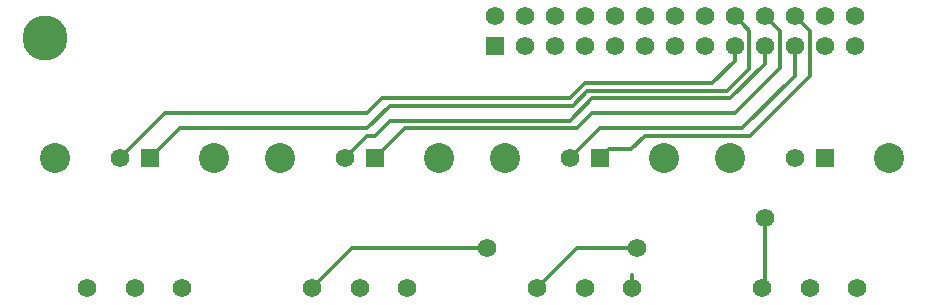
<source format=gbr>
G04 #@! TF.GenerationSoftware,KiCad,Pcbnew,(5.0.1)-3*
G04 #@! TF.CreationDate,2018-12-06T21:01:50-08:00*
G04 #@! TF.ProjectId,500-1071,3530302D313037312E6B696361645F70,A*
G04 #@! TF.SameCoordinates,Original*
G04 #@! TF.FileFunction,Copper,L2,Bot,Signal*
G04 #@! TF.FilePolarity,Positive*
%FSLAX46Y46*%
G04 Gerber Fmt 4.6, Leading zero omitted, Abs format (unit mm)*
G04 Created by KiCad (PCBNEW (5.0.1)-3) date 12/6/2018 9:01:50 PM*
%MOMM*%
%LPD*%
G01*
G04 APERTURE LIST*
G04 #@! TA.AperFunction,ComponentPad*
%ADD10R,1.574800X1.574800*%
G04 #@! TD*
G04 #@! TA.AperFunction,ComponentPad*
%ADD11C,1.574800*%
G04 #@! TD*
G04 #@! TA.AperFunction,ComponentPad*
%ADD12C,2.540000*%
G04 #@! TD*
G04 #@! TA.AperFunction,ComponentPad*
%ADD13C,3.810000*%
G04 #@! TD*
G04 #@! TA.AperFunction,ViaPad*
%ADD14C,1.574800*%
G04 #@! TD*
G04 #@! TA.AperFunction,Conductor*
%ADD15C,0.304800*%
G04 #@! TD*
G04 APERTURE END LIST*
D10*
G04 #@! TO.P,P1,1*
G04 #@! TO.N,Net-(P1-Pad1)*
X208280000Y-99695000D03*
D11*
G04 #@! TO.P,P1,2*
G04 #@! TO.N,Net-(P1-Pad2)*
X208280000Y-97155000D03*
G04 #@! TO.P,P1,3*
G04 #@! TO.N,Net-(P1-Pad3)*
X210820000Y-99695000D03*
G04 #@! TO.P,P1,4*
G04 #@! TO.N,Net-(P1-Pad4)*
X210820000Y-97155000D03*
G04 #@! TO.P,P1,5*
G04 #@! TO.N,Net-(P1-Pad5)*
X213360000Y-99695000D03*
G04 #@! TO.P,P1,6*
G04 #@! TO.N,Net-(P1-Pad6)*
X213360000Y-97155000D03*
G04 #@! TO.P,P1,7*
G04 #@! TO.N,Net-(P1-Pad7)*
X215900000Y-99695000D03*
G04 #@! TO.P,P1,8*
G04 #@! TO.N,Net-(P1-Pad8)*
X215900000Y-97155000D03*
G04 #@! TO.P,P1,9*
G04 #@! TO.N,Net-(P1-Pad9)*
X218440000Y-99695000D03*
G04 #@! TO.P,P1,10*
G04 #@! TO.N,Net-(P1-Pad10)*
X218440000Y-97155000D03*
G04 #@! TO.P,P1,11*
G04 #@! TO.N,Net-(P1-Pad11)*
X220980000Y-99695000D03*
G04 #@! TO.P,P1,12*
G04 #@! TO.N,Net-(P1-Pad12)*
X220980000Y-97155000D03*
G04 #@! TO.P,P1,13*
G04 #@! TO.N,Net-(P1-Pad13)*
X223520000Y-99695000D03*
G04 #@! TO.P,P1,14*
G04 #@! TO.N,Net-(P1-Pad14)*
X223520000Y-97155000D03*
G04 #@! TO.P,P1,15*
G04 #@! TO.N,Net-(P1-Pad15)*
X226060000Y-99695000D03*
G04 #@! TO.P,P1,16*
G04 #@! TO.N,Net-(P1-Pad16)*
X226060000Y-97155000D03*
G04 #@! TO.P,P1,17*
G04 #@! TO.N,Net-(P1-Pad17)*
X228600000Y-99695000D03*
G04 #@! TO.P,P1,18*
G04 #@! TO.N,Net-(P1-Pad18)*
X228600000Y-97155000D03*
G04 #@! TO.P,P1,19*
G04 #@! TO.N,Net-(P1-Pad19)*
X231140000Y-99695000D03*
G04 #@! TO.P,P1,20*
G04 #@! TO.N,Net-(P1-Pad20)*
X231140000Y-97155000D03*
G04 #@! TO.P,P1,21*
G04 #@! TO.N,Net-(P1-Pad21)*
X233680000Y-99695000D03*
G04 #@! TO.P,P1,22*
G04 #@! TO.N,Net-(P1-Pad22)*
X233680000Y-97155000D03*
G04 #@! TO.P,P1,23*
G04 #@! TO.N,Net-(P1-Pad23)*
X236220000Y-99695000D03*
G04 #@! TO.P,P1,24*
G04 #@! TO.N,Net-(P1-Pad24)*
X236220000Y-97155000D03*
G04 #@! TO.P,P1,25*
G04 #@! TO.N,Net-(P1-Pad25)*
X238760000Y-99695000D03*
G04 #@! TO.P,P1,26*
G04 #@! TO.N,Net-(P1-Pad26)*
X238760000Y-97155000D03*
G04 #@! TD*
D12*
G04 #@! TO.P,R3,*
G04 #@! TO.N,*
X222600000Y-109220000D03*
X209200000Y-109220000D03*
D10*
G04 #@! TO.P,R3,4*
G04 #@! TO.N,Net-(P1-Pad22)*
X217170000Y-109220000D03*
D11*
G04 #@! TO.P,R3,5*
G04 #@! TO.N,Net-(P1-Pad21)*
X214630000Y-109220000D03*
G04 #@! TO.P,R3,2*
G04 #@! TO.N,Net-(P1-Pad10)*
X215900000Y-120220000D03*
G04 #@! TO.P,R3,3*
G04 #@! TO.N,Net-(P1-Pad11)*
X211900000Y-120220000D03*
G04 #@! TO.P,R3,1*
G04 #@! TO.N,Net-(P1-Pad9)*
X219900000Y-120220000D03*
G04 #@! TD*
D12*
G04 #@! TO.P,R4,*
G04 #@! TO.N,*
X241650000Y-109220000D03*
X228250000Y-109220000D03*
D10*
G04 #@! TO.P,R4,4*
G04 #@! TO.N,Net-(P1-Pad24)*
X236220000Y-109220000D03*
D11*
G04 #@! TO.P,R4,5*
G04 #@! TO.N,Net-(P1-Pad23)*
X233680000Y-109220000D03*
G04 #@! TO.P,R4,2*
G04 #@! TO.N,Net-(P1-Pad14)*
X234950000Y-120220000D03*
G04 #@! TO.P,R4,3*
G04 #@! TO.N,Net-(P1-Pad15)*
X230950000Y-120220000D03*
G04 #@! TO.P,R4,1*
G04 #@! TO.N,Net-(P1-Pad13)*
X238950000Y-120220000D03*
G04 #@! TD*
D12*
G04 #@! TO.P,R1,*
G04 #@! TO.N,*
X184500000Y-109220000D03*
X171100000Y-109220000D03*
D10*
G04 #@! TO.P,R1,4*
G04 #@! TO.N,Net-(P1-Pad18)*
X179070000Y-109220000D03*
D11*
G04 #@! TO.P,R1,5*
G04 #@! TO.N,Net-(P1-Pad17)*
X176530000Y-109220000D03*
G04 #@! TO.P,R1,2*
G04 #@! TO.N,Net-(P1-Pad2)*
X177800000Y-120220000D03*
G04 #@! TO.P,R1,3*
G04 #@! TO.N,Net-(P1-Pad3)*
X173800000Y-120220000D03*
G04 #@! TO.P,R1,1*
G04 #@! TO.N,Net-(P1-Pad1)*
X181800000Y-120220000D03*
G04 #@! TD*
D12*
G04 #@! TO.P,R2,*
G04 #@! TO.N,*
X203550000Y-109220000D03*
X190150000Y-109220000D03*
D10*
G04 #@! TO.P,R2,4*
G04 #@! TO.N,Net-(P1-Pad20)*
X198120000Y-109220000D03*
D11*
G04 #@! TO.P,R2,5*
G04 #@! TO.N,Net-(P1-Pad19)*
X195580000Y-109220000D03*
G04 #@! TO.P,R2,2*
G04 #@! TO.N,Net-(P1-Pad6)*
X196850000Y-120220000D03*
G04 #@! TO.P,R2,3*
G04 #@! TO.N,Net-(P1-Pad7)*
X192850000Y-120220000D03*
G04 #@! TO.P,R2,1*
G04 #@! TO.N,Net-(P1-Pad5)*
X200850000Y-120220000D03*
G04 #@! TD*
D13*
G04 #@! TO.P,REF\002A\002A,*
G04 #@! TO.N,*
X170180000Y-99060000D03*
G04 #@! TD*
D14*
G04 #@! TO.N,Net-(P1-Pad7)*
X207645000Y-116840000D03*
G04 #@! TO.N,Net-(P1-Pad11)*
X220345000Y-116840000D03*
G04 #@! TO.N,Net-(P1-Pad15)*
X231140000Y-114300000D03*
G04 #@! TD*
D15*
G04 #@! TO.N,Net-(P1-Pad7)*
X196230000Y-116840000D02*
X192850000Y-120220000D01*
X207645000Y-116840000D02*
X196230000Y-116840000D01*
G04 #@! TO.N,Net-(P1-Pad9)*
X219900000Y-119106449D02*
X219900000Y-120220000D01*
G04 #@! TO.N,Net-(P1-Pad11)*
X215280000Y-116840000D02*
X211900000Y-120220000D01*
X220345000Y-116840000D02*
X215280000Y-116840000D01*
G04 #@! TO.N,Net-(P1-Pad15)*
X231140000Y-120030000D02*
X230950000Y-120220000D01*
X231140000Y-114300000D02*
X231140000Y-120030000D01*
G04 #@! TO.N,Net-(P1-Pad17)*
X228600000Y-100965000D02*
X228600000Y-99695000D01*
X226695000Y-102870000D02*
X228600000Y-100965000D01*
X180340000Y-105410000D02*
X197485000Y-105410000D01*
X176530000Y-109220000D02*
X180340000Y-105410000D01*
X197485000Y-105410000D02*
X198755000Y-104140000D01*
X198755000Y-104140000D02*
X214630000Y-104140000D01*
X214630000Y-104140000D02*
X215900000Y-102870000D01*
X215900000Y-102870000D02*
X226695000Y-102870000D01*
G04 #@! TO.N,Net-(P1-Pad18)*
X227965000Y-103505000D02*
X229844601Y-101625399D01*
X179070000Y-109220000D02*
X181610000Y-106680000D01*
X181610000Y-106680000D02*
X197485000Y-106680000D01*
X197485000Y-106680000D02*
X199415390Y-104749610D01*
X229844601Y-98399601D02*
X229387399Y-97942399D01*
X229387399Y-97942399D02*
X228600000Y-97155000D01*
X229844601Y-101625399D02*
X229844601Y-98399601D01*
X216127120Y-103505000D02*
X227965000Y-103505000D01*
X214882510Y-104749610D02*
X216127120Y-103505000D01*
X199415390Y-104749610D02*
X214882510Y-104749610D01*
G04 #@! TO.N,Net-(P1-Pad19)*
X231140000Y-100808551D02*
X231140000Y-99695000D01*
X231140000Y-101192120D02*
X231140000Y-100808551D01*
X228217510Y-104114610D02*
X231140000Y-101192120D01*
X197485000Y-107315000D02*
X198120000Y-107315000D01*
X195580000Y-109220000D02*
X197485000Y-107315000D01*
X199390000Y-106045000D02*
X214630000Y-106045000D01*
X214630000Y-106045000D02*
X216560390Y-104114610D01*
X198120000Y-107315000D02*
X199390000Y-106045000D01*
X216560390Y-104114610D02*
X228217510Y-104114610D01*
G04 #@! TO.N,Net-(P1-Pad20)*
X232410000Y-98425000D02*
X231140000Y-97155000D01*
X200660000Y-106680000D02*
X215265000Y-106680000D01*
X198120000Y-109220000D02*
X200660000Y-106680000D01*
X215265000Y-106680000D02*
X216535000Y-105410000D01*
X216535000Y-105410000D02*
X228600000Y-105410000D01*
X228600000Y-105410000D02*
X232410000Y-101600000D01*
X232410000Y-101600000D02*
X232410000Y-98425000D01*
G04 #@! TO.N,Net-(P1-Pad21)*
X214630000Y-109220000D02*
X217170000Y-106680000D01*
X217170000Y-106680000D02*
X229235000Y-106680000D01*
X229235000Y-106680000D02*
X233680000Y-102235000D01*
X233680000Y-102235000D02*
X233680000Y-99695000D01*
G04 #@! TO.N,Net-(P1-Pad22)*
X217957399Y-108432601D02*
X219862399Y-108432601D01*
X217170000Y-109220000D02*
X217957399Y-108432601D01*
X219862399Y-108432601D02*
X220980000Y-107315000D01*
X220980000Y-107315000D02*
X229870000Y-107315000D01*
X229870000Y-107315000D02*
X234950000Y-102235000D01*
X234950000Y-98425000D02*
X233680000Y-97155000D01*
X234950000Y-102235000D02*
X234950000Y-98425000D01*
G04 #@! TD*
M02*

</source>
